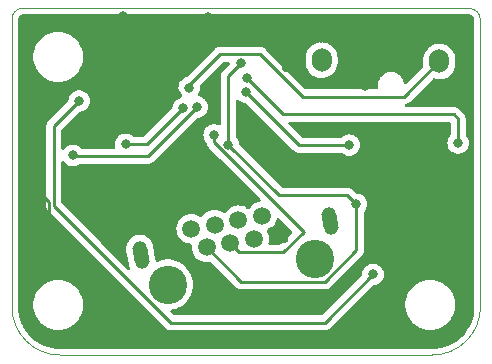
<source format=gbr>
G04 #@! TF.GenerationSoftware,KiCad,Pcbnew,(6.0.0)*
G04 #@! TF.CreationDate,2022-07-24T15:27:52-05:00*
G04 #@! TF.ProjectId,DriveByWireInputSTM32QFN28,44726976-6542-4795-9769-7265496e7075,rev?*
G04 #@! TF.SameCoordinates,Original*
G04 #@! TF.FileFunction,Copper,L2,Bot*
G04 #@! TF.FilePolarity,Positive*
%FSLAX46Y46*%
G04 Gerber Fmt 4.6, Leading zero omitted, Abs format (unit mm)*
G04 Created by KiCad (PCBNEW (6.0.0)) date 2022-07-24 15:27:52*
%MOMM*%
%LPD*%
G01*
G04 APERTURE LIST*
G04 Aperture macros list*
%AMRoundRect*
0 Rectangle with rounded corners*
0 $1 Rounding radius*
0 $2 $3 $4 $5 $6 $7 $8 $9 X,Y pos of 4 corners*
0 Add a 4 corners polygon primitive as box body*
4,1,4,$2,$3,$4,$5,$6,$7,$8,$9,$2,$3,0*
0 Add four circle primitives for the rounded corners*
1,1,$1+$1,$2,$3*
1,1,$1+$1,$4,$5*
1,1,$1+$1,$6,$7*
1,1,$1+$1,$8,$9*
0 Add four rect primitives between the rounded corners*
20,1,$1+$1,$2,$3,$4,$5,0*
20,1,$1+$1,$4,$5,$6,$7,0*
20,1,$1+$1,$6,$7,$8,$9,0*
20,1,$1+$1,$8,$9,$2,$3,0*%
%AMHorizOval*
0 Thick line with rounded ends*
0 $1 width*
0 $2 $3 position (X,Y) of the first rounded end (center of the circle)*
0 $4 $5 position (X,Y) of the second rounded end (center of the circle)*
0 Add line between two ends*
20,1,$1,$2,$3,$4,$5,0*
0 Add two circle primitives to create the rounded ends*
1,1,$1,$2,$3*
1,1,$1,$4,$5*%
%AMRotRect*
0 Rectangle, with rotation*
0 The origin of the aperture is its center*
0 $1 length*
0 $2 width*
0 $3 Rotation angle, in degrees counterclockwise*
0 Add horizontal line*
21,1,$1,$2,0,0,$3*%
G04 Aperture macros list end*
G04 #@! TA.AperFunction,Profile*
%ADD10C,0.050000*%
G04 #@! TD*
G04 #@! TA.AperFunction,WasherPad*
%ADD11C,3.250000*%
G04 #@! TD*
G04 #@! TA.AperFunction,ComponentPad*
%ADD12RotRect,1.500000X1.500000X10.000000*%
G04 #@! TD*
G04 #@! TA.AperFunction,ComponentPad*
%ADD13C,1.500000*%
G04 #@! TD*
G04 #@! TA.AperFunction,ComponentPad*
%ADD14HorizOval,1.259000X-0.095767X0.543121X0.095767X-0.543121X0*%
G04 #@! TD*
G04 #@! TA.AperFunction,ComponentPad*
%ADD15RoundRect,0.250000X-0.600000X-0.750000X0.600000X-0.750000X0.600000X0.750000X-0.600000X0.750000X0*%
G04 #@! TD*
G04 #@! TA.AperFunction,ComponentPad*
%ADD16O,1.700000X2.000000*%
G04 #@! TD*
G04 #@! TA.AperFunction,ViaPad*
%ADD17C,0.800000*%
G04 #@! TD*
G04 #@! TA.AperFunction,Conductor*
%ADD18C,0.250000*%
G04 #@! TD*
G04 APERTURE END LIST*
D10*
X132588000Y-110680500D02*
G75*
G03*
X136652000Y-114744500I4064000J0D01*
G01*
X172239940Y-86360000D02*
X172250164Y-110667800D01*
X132588000Y-110680500D02*
X132588000Y-86296602D01*
X172239940Y-86360000D02*
G75*
G03*
X171279873Y-85389743I-965162J5095D01*
G01*
X168153080Y-114744500D02*
G75*
G03*
X172250164Y-110667800I22733J4074289D01*
G01*
X171279820Y-85389720D02*
X133489685Y-85389720D01*
X133489685Y-85389720D02*
G75*
G03*
X132588000Y-86296602I0J-901700D01*
G01*
X168153080Y-114744500D02*
X136652000Y-114744500D01*
D11*
X158267765Y-106584015D03*
X145760706Y-108789346D03*
D12*
X155068547Y-104568939D03*
D13*
X153754950Y-102993103D03*
X153069388Y-104921445D03*
X151755790Y-103345608D03*
X151070228Y-105273951D03*
X149756630Y-103698114D03*
X149071068Y-105626457D03*
X147757470Y-104050620D03*
D14*
X143503830Y-106240577D03*
X159516804Y-103417058D03*
D15*
X166270000Y-89890000D03*
D16*
X168770000Y-89890000D03*
D15*
X156300000Y-89775000D03*
D16*
X158800000Y-89775000D03*
D17*
X158780000Y-87920000D03*
X154080000Y-86280000D03*
X146520000Y-92760000D03*
X140680000Y-108630000D03*
X133930000Y-93850000D03*
X141990000Y-86070000D03*
X162570000Y-87250000D03*
X161430000Y-99100000D03*
X170640000Y-89040000D03*
X140280000Y-87520000D03*
X156960000Y-99040000D03*
X135680000Y-103300000D03*
X164560000Y-105080000D03*
X162480000Y-91940000D03*
X151360000Y-110410000D03*
X145370000Y-101510000D03*
X133990000Y-100060000D03*
X149170000Y-86140000D03*
X158400000Y-110210000D03*
X161750000Y-101980000D03*
X152000000Y-90030000D03*
X150910000Y-96930000D03*
X149700000Y-96100000D03*
X142200000Y-96910000D03*
X147080000Y-93840000D03*
X137738395Y-97838768D03*
X148270000Y-93750000D03*
X147590000Y-92110000D03*
X138270000Y-93230000D03*
X163150000Y-107920000D03*
X161140000Y-96970000D03*
X152370000Y-92470000D03*
X152480000Y-91330000D03*
X170360000Y-96790000D03*
D18*
X136129511Y-95370489D02*
X138270000Y-93230000D01*
X146010000Y-112000000D02*
X136129511Y-102119511D01*
X136129511Y-102119511D02*
X136129511Y-95370489D01*
X159070000Y-112000000D02*
X146010000Y-112000000D01*
X163150000Y-107920000D02*
X159070000Y-112000000D01*
X135680000Y-101750000D02*
X135680000Y-103300000D01*
X133990000Y-100060000D02*
X135680000Y-101750000D01*
X161750000Y-101980000D02*
X160990000Y-101220000D01*
X157830000Y-101220000D02*
X155200000Y-101220000D01*
X161750000Y-105894175D02*
X161750000Y-101980000D01*
X159085639Y-108558536D02*
X161750000Y-105894175D01*
X150910000Y-91120000D02*
X152000000Y-90030000D01*
X150910000Y-96930000D02*
X150910000Y-91120000D01*
X155200000Y-101220000D02*
X150910000Y-96930000D01*
X160990000Y-101220000D02*
X157830000Y-101220000D01*
X149071068Y-105626457D02*
X152003147Y-108558536D01*
X152003147Y-108558536D02*
X159085639Y-108558536D01*
X149700000Y-96744600D02*
X150609901Y-97654501D01*
X149700000Y-96100000D02*
X149700000Y-96744600D01*
X150609901Y-97654501D02*
X150619157Y-97654501D01*
X150619157Y-97654501D02*
X157269147Y-104304491D01*
X157269147Y-104304491D02*
X155549687Y-106023951D01*
X151820228Y-106023951D02*
X151070228Y-105273951D01*
X155549687Y-106023951D02*
X151820228Y-106023951D01*
X142200000Y-96910000D02*
X144010000Y-96910000D01*
X144010000Y-96910000D02*
X147080000Y-93840000D01*
X144110000Y-97910000D02*
X137809627Y-97910000D01*
X148270000Y-93750000D02*
X144110000Y-97910000D01*
X137809627Y-97910000D02*
X137738395Y-97838768D01*
X157184521Y-92864521D02*
X165795479Y-92864521D01*
X147590000Y-92110000D02*
X147590000Y-91910000D01*
X150220000Y-89280000D02*
X153600000Y-89280000D01*
X153600000Y-89280000D02*
X157184521Y-92864521D01*
X165795479Y-92864521D02*
X168770000Y-89890000D01*
X147590000Y-91910000D02*
X150220000Y-89280000D01*
X152370000Y-92470000D02*
X156870000Y-96970000D01*
X156870000Y-96970000D02*
X161140000Y-96970000D01*
X170360000Y-94760000D02*
X170360000Y-96790000D01*
X152480000Y-91330000D02*
X155520000Y-94370000D01*
X155520000Y-94370000D02*
X169970000Y-94370000D01*
X169970000Y-94370000D02*
X170360000Y-94760000D01*
G04 #@! TA.AperFunction,Conductor*
G36*
X171248766Y-85899324D02*
G01*
X171270894Y-85902889D01*
X171279801Y-85901772D01*
X171288778Y-85901929D01*
X171288774Y-85902137D01*
X171310200Y-85902259D01*
X171354690Y-85908356D01*
X171378998Y-85911687D01*
X171410721Y-85920367D01*
X171490160Y-85953763D01*
X171518556Y-85970357D01*
X171586647Y-86023178D01*
X171609782Y-86046559D01*
X171661877Y-86115200D01*
X171678171Y-86143770D01*
X171710726Y-86223552D01*
X171719072Y-86255369D01*
X171727310Y-86320602D01*
X171728284Y-86338592D01*
X171728222Y-86342160D01*
X171726794Y-86351021D01*
X171727911Y-86359928D01*
X171727911Y-86359929D01*
X171730977Y-86384381D01*
X171731956Y-86400005D01*
X171738796Y-102662221D01*
X171741750Y-109683332D01*
X171742143Y-110618743D01*
X171740654Y-110638106D01*
X171736974Y-110661834D01*
X171738143Y-110670732D01*
X171738143Y-110670734D01*
X171739506Y-110681106D01*
X171740431Y-110703650D01*
X171726997Y-110979365D01*
X171725366Y-111012834D01*
X171724151Y-111025189D01*
X171674422Y-111360463D01*
X171672001Y-111372626D01*
X171589518Y-111701395D01*
X171585917Y-111713237D01*
X171507984Y-111930528D01*
X171471491Y-112032276D01*
X171466730Y-112043740D01*
X171321465Y-112349970D01*
X171315605Y-112360898D01*
X171140903Y-112651362D01*
X171134000Y-112661654D01*
X170931576Y-112933502D01*
X170923681Y-112943081D01*
X170695490Y-113193689D01*
X170686690Y-113202445D01*
X170434949Y-113429381D01*
X170425331Y-113437228D01*
X170152481Y-113638290D01*
X170142137Y-113645153D01*
X169850829Y-113818391D01*
X169839860Y-113824203D01*
X169532903Y-113967941D01*
X169521431Y-113972639D01*
X169201828Y-114085472D01*
X169189935Y-114089022D01*
X169025358Y-114129440D01*
X168860782Y-114169858D01*
X168848596Y-114172221D01*
X168513093Y-114220275D01*
X168500732Y-114221428D01*
X168198838Y-114234629D01*
X168173256Y-114233139D01*
X168171078Y-114232787D01*
X168171070Y-114232787D01*
X168162213Y-114231357D01*
X168153308Y-114232471D01*
X168153304Y-114232471D01*
X168128896Y-114235525D01*
X168113255Y-114236500D01*
X136701328Y-114236500D01*
X136681943Y-114235000D01*
X136667142Y-114232695D01*
X136667139Y-114232695D01*
X136658270Y-114231314D01*
X136638946Y-114233841D01*
X136616430Y-114234753D01*
X136309627Y-114219680D01*
X136297333Y-114218470D01*
X135964375Y-114169079D01*
X135952269Y-114166672D01*
X135625754Y-114084885D01*
X135613924Y-114081296D01*
X135297006Y-113967901D01*
X135285582Y-113963169D01*
X135117571Y-113883706D01*
X134981303Y-113819256D01*
X134970402Y-113813429D01*
X134681698Y-113640386D01*
X134671417Y-113633516D01*
X134401069Y-113433012D01*
X134391511Y-113425168D01*
X134142115Y-113199129D01*
X134133371Y-113190385D01*
X133907332Y-112940989D01*
X133899488Y-112931431D01*
X133698984Y-112661083D01*
X133692114Y-112650802D01*
X133560197Y-112430712D01*
X133519069Y-112362094D01*
X133513242Y-112351193D01*
X133493625Y-112309715D01*
X133369331Y-112046918D01*
X133364599Y-112035494D01*
X133251204Y-111718576D01*
X133247615Y-111706744D01*
X133190604Y-111479142D01*
X133165828Y-111380231D01*
X133163419Y-111368116D01*
X133163195Y-111366600D01*
X133114030Y-111035167D01*
X133112819Y-111022866D01*
X133108511Y-110935159D01*
X133102717Y-110817224D01*
X133098293Y-110727165D01*
X133099886Y-110700086D01*
X133100264Y-110697840D01*
X133100265Y-110697831D01*
X133101071Y-110693039D01*
X133101224Y-110680500D01*
X133097273Y-110652912D01*
X133096000Y-110635049D01*
X133096000Y-110632703D01*
X134390743Y-110632703D01*
X134391302Y-110636947D01*
X134391302Y-110636951D01*
X134403179Y-110727165D01*
X134428268Y-110917734D01*
X134504129Y-111195036D01*
X134616923Y-111459476D01*
X134764561Y-111706161D01*
X134944313Y-111930528D01*
X135152851Y-112128423D01*
X135386317Y-112296186D01*
X135390112Y-112298195D01*
X135390113Y-112298196D01*
X135411869Y-112309715D01*
X135640392Y-112430712D01*
X135756857Y-112473332D01*
X135903643Y-112527048D01*
X135910373Y-112529511D01*
X136191264Y-112590755D01*
X136219841Y-112593004D01*
X136414282Y-112608307D01*
X136414291Y-112608307D01*
X136416739Y-112608500D01*
X136572271Y-112608500D01*
X136574407Y-112608354D01*
X136574418Y-112608354D01*
X136782548Y-112594165D01*
X136782554Y-112594164D01*
X136786825Y-112593873D01*
X136791020Y-112593004D01*
X136791022Y-112593004D01*
X137000545Y-112549614D01*
X137068342Y-112535574D01*
X137339343Y-112439607D01*
X137502143Y-112355580D01*
X137591005Y-112309715D01*
X137591006Y-112309715D01*
X137594812Y-112307750D01*
X137598313Y-112305289D01*
X137598317Y-112305287D01*
X137712418Y-112225095D01*
X137830023Y-112142441D01*
X137942277Y-112038128D01*
X138037479Y-111949661D01*
X138037481Y-111949658D01*
X138040622Y-111946740D01*
X138222713Y-111724268D01*
X138372927Y-111479142D01*
X138422330Y-111366600D01*
X138486757Y-111219830D01*
X138488483Y-111215898D01*
X138567244Y-110939406D01*
X138604157Y-110680035D01*
X138607146Y-110659036D01*
X138607146Y-110659034D01*
X138607751Y-110654784D01*
X138607808Y-110644023D01*
X138609235Y-110371583D01*
X138609235Y-110371576D01*
X138609257Y-110367297D01*
X138571732Y-110082266D01*
X138495871Y-109804964D01*
X138383077Y-109540524D01*
X138235439Y-109293839D01*
X138055687Y-109069472D01*
X137847149Y-108871577D01*
X137613683Y-108703814D01*
X137591843Y-108692250D01*
X137568654Y-108679972D01*
X137359608Y-108569288D01*
X137089627Y-108470489D01*
X136808736Y-108409245D01*
X136777685Y-108406801D01*
X136585718Y-108391693D01*
X136585709Y-108391693D01*
X136583261Y-108391500D01*
X136427729Y-108391500D01*
X136425593Y-108391646D01*
X136425582Y-108391646D01*
X136217452Y-108405835D01*
X136217446Y-108405836D01*
X136213175Y-108406127D01*
X136208980Y-108406996D01*
X136208978Y-108406996D01*
X136072417Y-108435276D01*
X135931658Y-108464426D01*
X135660657Y-108560393D01*
X135405188Y-108692250D01*
X135401687Y-108694711D01*
X135401683Y-108694713D01*
X135374521Y-108713803D01*
X135169977Y-108857559D01*
X135154892Y-108871577D01*
X134964224Y-109048757D01*
X134959378Y-109053260D01*
X134777287Y-109275732D01*
X134627073Y-109520858D01*
X134511517Y-109784102D01*
X134432756Y-110060594D01*
X134392249Y-110345216D01*
X134392227Y-110349505D01*
X134392226Y-110349512D01*
X134390816Y-110618743D01*
X134390743Y-110632703D01*
X133096000Y-110632703D01*
X133096000Y-95350432D01*
X135491291Y-95350432D01*
X135492037Y-95358324D01*
X135495452Y-95394450D01*
X135496011Y-95406308D01*
X135496011Y-102040744D01*
X135495484Y-102051927D01*
X135493809Y-102059420D01*
X135494058Y-102067346D01*
X135494058Y-102067347D01*
X135495949Y-102127497D01*
X135496011Y-102131456D01*
X135496011Y-102159367D01*
X135496508Y-102163301D01*
X135496508Y-102163302D01*
X135496516Y-102163367D01*
X135497449Y-102175204D01*
X135498838Y-102219400D01*
X135504489Y-102238850D01*
X135508498Y-102258211D01*
X135511037Y-102278308D01*
X135513956Y-102285679D01*
X135513956Y-102285681D01*
X135527315Y-102319423D01*
X135531160Y-102330653D01*
X135541282Y-102365494D01*
X135543493Y-102373104D01*
X135547526Y-102379923D01*
X135547528Y-102379928D01*
X135553804Y-102390539D01*
X135562499Y-102408287D01*
X135569959Y-102427128D01*
X135574621Y-102433544D01*
X135574621Y-102433545D01*
X135595947Y-102462898D01*
X135602463Y-102472818D01*
X135606278Y-102479268D01*
X135624969Y-102510873D01*
X135639290Y-102525194D01*
X135652130Y-102540227D01*
X135664039Y-102556618D01*
X135670145Y-102561669D01*
X135698116Y-102584809D01*
X135706895Y-102592799D01*
X145506343Y-112392247D01*
X145513887Y-112400537D01*
X145518000Y-112407018D01*
X145523777Y-112412443D01*
X145567667Y-112453658D01*
X145570509Y-112456413D01*
X145590231Y-112476135D01*
X145593355Y-112478558D01*
X145593359Y-112478562D01*
X145593424Y-112478612D01*
X145602445Y-112486317D01*
X145634679Y-112516586D01*
X145641627Y-112520405D01*
X145641629Y-112520407D01*
X145652432Y-112526346D01*
X145668959Y-112537202D01*
X145678698Y-112544757D01*
X145678700Y-112544758D01*
X145684960Y-112549614D01*
X145725540Y-112567174D01*
X145736188Y-112572391D01*
X145760976Y-112586018D01*
X145774940Y-112593695D01*
X145782616Y-112595666D01*
X145782619Y-112595667D01*
X145794562Y-112598733D01*
X145813266Y-112605137D01*
X145821038Y-112608500D01*
X145831855Y-112613181D01*
X145839678Y-112614420D01*
X145839688Y-112614423D01*
X145875524Y-112620099D01*
X145887144Y-112622505D01*
X145918959Y-112630673D01*
X145929970Y-112633500D01*
X145950224Y-112633500D01*
X145969934Y-112635051D01*
X145989943Y-112638220D01*
X145997835Y-112637474D01*
X146016580Y-112635702D01*
X146033962Y-112634059D01*
X146045819Y-112633500D01*
X158991233Y-112633500D01*
X159002416Y-112634027D01*
X159009909Y-112635702D01*
X159017835Y-112635453D01*
X159017836Y-112635453D01*
X159077986Y-112633562D01*
X159081945Y-112633500D01*
X159109856Y-112633500D01*
X159113791Y-112633003D01*
X159113856Y-112632995D01*
X159125693Y-112632062D01*
X159157951Y-112631048D01*
X159161970Y-112630922D01*
X159169889Y-112630673D01*
X159189343Y-112625021D01*
X159208700Y-112621013D01*
X159220930Y-112619468D01*
X159220931Y-112619468D01*
X159228797Y-112618474D01*
X159236168Y-112615555D01*
X159236170Y-112615555D01*
X159269912Y-112602196D01*
X159281142Y-112598351D01*
X159315983Y-112588229D01*
X159315984Y-112588229D01*
X159323593Y-112586018D01*
X159330412Y-112581985D01*
X159330417Y-112581983D01*
X159341028Y-112575707D01*
X159358776Y-112567012D01*
X159377617Y-112559552D01*
X159413387Y-112533564D01*
X159423307Y-112527048D01*
X159454535Y-112508580D01*
X159454538Y-112508578D01*
X159461362Y-112504542D01*
X159475683Y-112490221D01*
X159490717Y-112477380D01*
X159492431Y-112476135D01*
X159507107Y-112465472D01*
X159535298Y-112431395D01*
X159543288Y-112422616D01*
X161333201Y-110632703D01*
X165890743Y-110632703D01*
X165891302Y-110636947D01*
X165891302Y-110636951D01*
X165903179Y-110727165D01*
X165928268Y-110917734D01*
X166004129Y-111195036D01*
X166116923Y-111459476D01*
X166264561Y-111706161D01*
X166444313Y-111930528D01*
X166652851Y-112128423D01*
X166886317Y-112296186D01*
X166890112Y-112298195D01*
X166890113Y-112298196D01*
X166911869Y-112309715D01*
X167140392Y-112430712D01*
X167256857Y-112473332D01*
X167403643Y-112527048D01*
X167410373Y-112529511D01*
X167691264Y-112590755D01*
X167719841Y-112593004D01*
X167914282Y-112608307D01*
X167914291Y-112608307D01*
X167916739Y-112608500D01*
X168072271Y-112608500D01*
X168074407Y-112608354D01*
X168074418Y-112608354D01*
X168282548Y-112594165D01*
X168282554Y-112594164D01*
X168286825Y-112593873D01*
X168291020Y-112593004D01*
X168291022Y-112593004D01*
X168500545Y-112549614D01*
X168568342Y-112535574D01*
X168839343Y-112439607D01*
X169002143Y-112355580D01*
X169091005Y-112309715D01*
X169091006Y-112309715D01*
X169094812Y-112307750D01*
X169098313Y-112305289D01*
X169098317Y-112305287D01*
X169212418Y-112225095D01*
X169330023Y-112142441D01*
X169442277Y-112038128D01*
X169537479Y-111949661D01*
X169537481Y-111949658D01*
X169540622Y-111946740D01*
X169722713Y-111724268D01*
X169872927Y-111479142D01*
X169922330Y-111366600D01*
X169986757Y-111219830D01*
X169988483Y-111215898D01*
X170067244Y-110939406D01*
X170104157Y-110680035D01*
X170107146Y-110659036D01*
X170107146Y-110659034D01*
X170107751Y-110654784D01*
X170107808Y-110644023D01*
X170109235Y-110371583D01*
X170109235Y-110371576D01*
X170109257Y-110367297D01*
X170071732Y-110082266D01*
X169995871Y-109804964D01*
X169883077Y-109540524D01*
X169735439Y-109293839D01*
X169555687Y-109069472D01*
X169347149Y-108871577D01*
X169113683Y-108703814D01*
X169091843Y-108692250D01*
X169068654Y-108679972D01*
X168859608Y-108569288D01*
X168589627Y-108470489D01*
X168308736Y-108409245D01*
X168277685Y-108406801D01*
X168085718Y-108391693D01*
X168085709Y-108391693D01*
X168083261Y-108391500D01*
X167927729Y-108391500D01*
X167925593Y-108391646D01*
X167925582Y-108391646D01*
X167717452Y-108405835D01*
X167717446Y-108405836D01*
X167713175Y-108406127D01*
X167708980Y-108406996D01*
X167708978Y-108406996D01*
X167572417Y-108435276D01*
X167431658Y-108464426D01*
X167160657Y-108560393D01*
X166905188Y-108692250D01*
X166901687Y-108694711D01*
X166901683Y-108694713D01*
X166874521Y-108713803D01*
X166669977Y-108857559D01*
X166654892Y-108871577D01*
X166464224Y-109048757D01*
X166459378Y-109053260D01*
X166277287Y-109275732D01*
X166127073Y-109520858D01*
X166011517Y-109784102D01*
X165932756Y-110060594D01*
X165892249Y-110345216D01*
X165892227Y-110349505D01*
X165892226Y-110349512D01*
X165890816Y-110618743D01*
X165890743Y-110632703D01*
X161333201Y-110632703D01*
X163100499Y-108865405D01*
X163162811Y-108831379D01*
X163189594Y-108828500D01*
X163245487Y-108828500D01*
X163251939Y-108827128D01*
X163251944Y-108827128D01*
X163338888Y-108808647D01*
X163432288Y-108788794D01*
X163438319Y-108786109D01*
X163600722Y-108713803D01*
X163600724Y-108713802D01*
X163606752Y-108711118D01*
X163613355Y-108706321D01*
X163662157Y-108670864D01*
X163761253Y-108598866D01*
X163765675Y-108593955D01*
X163884621Y-108461852D01*
X163884622Y-108461851D01*
X163889040Y-108456944D01*
X163984527Y-108291556D01*
X164043542Y-108109928D01*
X164045432Y-108091951D01*
X164062814Y-107926565D01*
X164063504Y-107920000D01*
X164060907Y-107895292D01*
X164044232Y-107736635D01*
X164044232Y-107736633D01*
X164043542Y-107730072D01*
X163984527Y-107548444D01*
X163980224Y-107540990D01*
X163925992Y-107447059D01*
X163889040Y-107383056D01*
X163761253Y-107241134D01*
X163662157Y-107169136D01*
X163612094Y-107132763D01*
X163612093Y-107132762D01*
X163606752Y-107128882D01*
X163600724Y-107126198D01*
X163600722Y-107126197D01*
X163438319Y-107053891D01*
X163438318Y-107053891D01*
X163432288Y-107051206D01*
X163335928Y-107030724D01*
X163251944Y-107012872D01*
X163251939Y-107012872D01*
X163245487Y-107011500D01*
X163054513Y-107011500D01*
X163048061Y-107012872D01*
X163048056Y-107012872D01*
X162964072Y-107030724D01*
X162867712Y-107051206D01*
X162861682Y-107053891D01*
X162861681Y-107053891D01*
X162699278Y-107126197D01*
X162699276Y-107126198D01*
X162693248Y-107128882D01*
X162687907Y-107132762D01*
X162687906Y-107132763D01*
X162637843Y-107169136D01*
X162538747Y-107241134D01*
X162410960Y-107383056D01*
X162374008Y-107447059D01*
X162319777Y-107540990D01*
X162315473Y-107548444D01*
X162256458Y-107730072D01*
X162255768Y-107736633D01*
X162255768Y-107736635D01*
X162239093Y-107895292D01*
X162212080Y-107960949D01*
X162202878Y-107971217D01*
X158844500Y-111329595D01*
X158782188Y-111363621D01*
X158755405Y-111366500D01*
X146324594Y-111366500D01*
X146256473Y-111346498D01*
X146235499Y-111329595D01*
X146018396Y-111112492D01*
X145984370Y-111050180D01*
X145989435Y-110979365D01*
X146031982Y-110922529D01*
X146092350Y-110898311D01*
X146161418Y-110889953D01*
X146442796Y-110816135D01*
X146711552Y-110704812D01*
X146962713Y-110558045D01*
X147191632Y-110378550D01*
X147198384Y-110371583D01*
X147391089Y-110172726D01*
X147394072Y-110169648D01*
X147566289Y-109935204D01*
X147646089Y-109788230D01*
X147703044Y-109683332D01*
X147703045Y-109683330D01*
X147705094Y-109679556D01*
X147807919Y-109407436D01*
X147856456Y-109195516D01*
X147871906Y-109128059D01*
X147871907Y-109128054D01*
X147872863Y-109123879D01*
X147898722Y-108834131D01*
X147899191Y-108789346D01*
X147893223Y-108701804D01*
X147879697Y-108503397D01*
X147879696Y-108503391D01*
X147879405Y-108499120D01*
X147872517Y-108465856D01*
X147821284Y-108218462D01*
X147820415Y-108214265D01*
X147723311Y-107940051D01*
X147589890Y-107681553D01*
X147422621Y-107443554D01*
X147348022Y-107363276D01*
X147227521Y-107233601D01*
X147227518Y-107233598D01*
X147224600Y-107230458D01*
X147221284Y-107227744D01*
X147221281Y-107227741D01*
X147008878Y-107053891D01*
X146999490Y-107046207D01*
X146751458Y-106894213D01*
X146747541Y-106892494D01*
X146747538Y-106892492D01*
X146610037Y-106832134D01*
X146485092Y-106777287D01*
X146480964Y-106776111D01*
X146480961Y-106776110D01*
X146367560Y-106743807D01*
X146205322Y-106697592D01*
X146201080Y-106696988D01*
X146201074Y-106696987D01*
X145921576Y-106657209D01*
X145917325Y-106656604D01*
X145763938Y-106655801D01*
X145630715Y-106655103D01*
X145630709Y-106655103D01*
X145626429Y-106655081D01*
X145622185Y-106655640D01*
X145622181Y-106655640D01*
X145495162Y-106672363D01*
X145338019Y-106693051D01*
X145333879Y-106694184D01*
X145333877Y-106694184D01*
X145317117Y-106698769D01*
X145057430Y-106769811D01*
X144911316Y-106832134D01*
X144840810Y-106840463D01*
X144776994Y-106809350D01*
X144740129Y-106748675D01*
X144736085Y-106723380D01*
X144734687Y-106698769D01*
X144732080Y-106652850D01*
X144731397Y-106648973D01*
X144622018Y-106028656D01*
X144519562Y-105447597D01*
X144498529Y-105370449D01*
X144480082Y-105302787D01*
X144480081Y-105302784D01*
X144478562Y-105297213D01*
X144476055Y-105292016D01*
X144476053Y-105292010D01*
X144390208Y-105114035D01*
X144387698Y-105108831D01*
X144264025Y-104940164D01*
X144249947Y-104926920D01*
X144115889Y-104800811D01*
X144111687Y-104796858D01*
X143935783Y-104683713D01*
X143930435Y-104681525D01*
X143930433Y-104681524D01*
X143747553Y-104606706D01*
X143747552Y-104606706D01*
X143742207Y-104604519D01*
X143736556Y-104603344D01*
X143736554Y-104603343D01*
X143543091Y-104563103D01*
X143543087Y-104563103D01*
X143537440Y-104561928D01*
X143531668Y-104561802D01*
X143432890Y-104559646D01*
X143328340Y-104557365D01*
X143121910Y-104590984D01*
X142925063Y-104661660D01*
X142920068Y-104664573D01*
X142749383Y-104764113D01*
X142749380Y-104764115D01*
X142744392Y-104767024D01*
X142740022Y-104770789D01*
X142740017Y-104770793D01*
X142705180Y-104800811D01*
X142585947Y-104903549D01*
X142582337Y-104908047D01*
X142582336Y-104908048D01*
X142458647Y-105062161D01*
X142458644Y-105062165D01*
X142455036Y-105066661D01*
X142413117Y-105144676D01*
X142362348Y-105239163D01*
X142356041Y-105250900D01*
X142354279Y-105256405D01*
X142354278Y-105256407D01*
X142328945Y-105335549D01*
X142292279Y-105450093D01*
X142291551Y-105455818D01*
X142269147Y-105631932D01*
X142265885Y-105657570D01*
X142266212Y-105663331D01*
X142266212Y-105663335D01*
X142270049Y-105730911D01*
X142275579Y-105828304D01*
X142276221Y-105831946D01*
X142276222Y-105831953D01*
X142352148Y-106262547D01*
X142488098Y-107033557D01*
X142529098Y-107183941D01*
X142531605Y-107189138D01*
X142531607Y-107189144D01*
X142615598Y-107363276D01*
X142627177Y-107433322D01*
X142599048Y-107498509D01*
X142540141Y-107538139D01*
X142469160Y-107539631D01*
X142413015Y-107507111D01*
X140162312Y-105256407D01*
X136799916Y-101894011D01*
X136765890Y-101831699D01*
X136763011Y-101804916D01*
X136763011Y-98436590D01*
X136783013Y-98368469D01*
X136836669Y-98321976D01*
X136906943Y-98311872D01*
X136971523Y-98341366D01*
X136991281Y-98365296D01*
X136992171Y-98364650D01*
X136996054Y-98369994D01*
X136999355Y-98375712D01*
X137003773Y-98380619D01*
X137003774Y-98380620D01*
X137122720Y-98512723D01*
X137127142Y-98517634D01*
X137281643Y-98629886D01*
X137287671Y-98632570D01*
X137287673Y-98632571D01*
X137450076Y-98704877D01*
X137456107Y-98707562D01*
X137549507Y-98727415D01*
X137636451Y-98745896D01*
X137636456Y-98745896D01*
X137642908Y-98747268D01*
X137833882Y-98747268D01*
X137840334Y-98745896D01*
X137840339Y-98745896D01*
X137927282Y-98727415D01*
X138020683Y-98707562D01*
X138026714Y-98704877D01*
X138189117Y-98632571D01*
X138189119Y-98632570D01*
X138195147Y-98629886D01*
X138280926Y-98567564D01*
X138354987Y-98543500D01*
X144031233Y-98543500D01*
X144042416Y-98544027D01*
X144049909Y-98545702D01*
X144057835Y-98545453D01*
X144057836Y-98545453D01*
X144117986Y-98543562D01*
X144121945Y-98543500D01*
X144149856Y-98543500D01*
X144153791Y-98543003D01*
X144153856Y-98542995D01*
X144165693Y-98542062D01*
X144197951Y-98541048D01*
X144201970Y-98540922D01*
X144209889Y-98540673D01*
X144229343Y-98535021D01*
X144248700Y-98531013D01*
X144260930Y-98529468D01*
X144260931Y-98529468D01*
X144268797Y-98528474D01*
X144276168Y-98525555D01*
X144276170Y-98525555D01*
X144309912Y-98512196D01*
X144321142Y-98508351D01*
X144355983Y-98498229D01*
X144355984Y-98498229D01*
X144363593Y-98496018D01*
X144370412Y-98491985D01*
X144370417Y-98491983D01*
X144381028Y-98485707D01*
X144398776Y-98477012D01*
X144417617Y-98469552D01*
X144453387Y-98443564D01*
X144463307Y-98437048D01*
X144494535Y-98418580D01*
X144494538Y-98418578D01*
X144501362Y-98414542D01*
X144515683Y-98400221D01*
X144530717Y-98387380D01*
X144540694Y-98380131D01*
X144547107Y-98375472D01*
X144575298Y-98341395D01*
X144583288Y-98332616D01*
X148220499Y-94695405D01*
X148282811Y-94661379D01*
X148309594Y-94658500D01*
X148365487Y-94658500D01*
X148371939Y-94657128D01*
X148371944Y-94657128D01*
X148458887Y-94638647D01*
X148552288Y-94618794D01*
X148558319Y-94616109D01*
X148720722Y-94543803D01*
X148720724Y-94543802D01*
X148726752Y-94541118D01*
X148881253Y-94428866D01*
X148929343Y-94375457D01*
X149004621Y-94291852D01*
X149004622Y-94291851D01*
X149009040Y-94286944D01*
X149093082Y-94141379D01*
X149101223Y-94127279D01*
X149101224Y-94127278D01*
X149104527Y-94121556D01*
X149163542Y-93939928D01*
X149166020Y-93916357D01*
X149182814Y-93756565D01*
X149183504Y-93750000D01*
X149178206Y-93699595D01*
X149164232Y-93566635D01*
X149164232Y-93566633D01*
X149163542Y-93560072D01*
X149104527Y-93378444D01*
X149095872Y-93363452D01*
X149034277Y-93256768D01*
X149009040Y-93213056D01*
X148954740Y-93152749D01*
X148885675Y-93076045D01*
X148885674Y-93076044D01*
X148881253Y-93071134D01*
X148747410Y-92973891D01*
X148732094Y-92962763D01*
X148732093Y-92962762D01*
X148726752Y-92958882D01*
X148720724Y-92956198D01*
X148720722Y-92956197D01*
X148558319Y-92883891D01*
X148558318Y-92883891D01*
X148552288Y-92881206D01*
X148400513Y-92848945D01*
X148338042Y-92815218D01*
X148303720Y-92753068D01*
X148308448Y-92682229D01*
X148324723Y-92651739D01*
X148329040Y-92646944D01*
X148424527Y-92481556D01*
X148483542Y-92299928D01*
X148490843Y-92230468D01*
X148502814Y-92116565D01*
X148503504Y-92110000D01*
X148496872Y-92046899D01*
X148489091Y-91972863D01*
X148501863Y-91903025D01*
X148525306Y-91870598D01*
X150445499Y-89950405D01*
X150507811Y-89916379D01*
X150534594Y-89913500D01*
X150916405Y-89913500D01*
X150984526Y-89933502D01*
X151031019Y-89987158D01*
X151041123Y-90057432D01*
X151011629Y-90122012D01*
X151005500Y-90128596D01*
X150517742Y-90616353D01*
X150509463Y-90623887D01*
X150502982Y-90628000D01*
X150467747Y-90665522D01*
X150456357Y-90677651D01*
X150453602Y-90680493D01*
X150433865Y-90700230D01*
X150431385Y-90703427D01*
X150423682Y-90712447D01*
X150393414Y-90744679D01*
X150389595Y-90751625D01*
X150389593Y-90751628D01*
X150383652Y-90762434D01*
X150372801Y-90778953D01*
X150360386Y-90794959D01*
X150357241Y-90802228D01*
X150357238Y-90802232D01*
X150342826Y-90835537D01*
X150337609Y-90846187D01*
X150316305Y-90884940D01*
X150314334Y-90892615D01*
X150314334Y-90892616D01*
X150311267Y-90904562D01*
X150304863Y-90923266D01*
X150301721Y-90930528D01*
X150296819Y-90941855D01*
X150295580Y-90949678D01*
X150295577Y-90949688D01*
X150289901Y-90985524D01*
X150287495Y-90997144D01*
X150279927Y-91026623D01*
X150276500Y-91039970D01*
X150276500Y-91060224D01*
X150274949Y-91079934D01*
X150271780Y-91099943D01*
X150272526Y-91107835D01*
X150275941Y-91143961D01*
X150276500Y-91155819D01*
X150276500Y-95168174D01*
X150256498Y-95236295D01*
X150202842Y-95282788D01*
X150132568Y-95292892D01*
X150099251Y-95283281D01*
X149988319Y-95233891D01*
X149988318Y-95233891D01*
X149982288Y-95231206D01*
X149888888Y-95211353D01*
X149801944Y-95192872D01*
X149801939Y-95192872D01*
X149795487Y-95191500D01*
X149604513Y-95191500D01*
X149598061Y-95192872D01*
X149598056Y-95192872D01*
X149511113Y-95211353D01*
X149417712Y-95231206D01*
X149411682Y-95233891D01*
X149411681Y-95233891D01*
X149249278Y-95306197D01*
X149249276Y-95306198D01*
X149243248Y-95308882D01*
X149088747Y-95421134D01*
X148960960Y-95563056D01*
X148957659Y-95568774D01*
X148890508Y-95685083D01*
X148865473Y-95728444D01*
X148806458Y-95910072D01*
X148786496Y-96100000D01*
X148787186Y-96106565D01*
X148805047Y-96276500D01*
X148806458Y-96289928D01*
X148865473Y-96471556D01*
X148960960Y-96636944D01*
X148965378Y-96641851D01*
X148965379Y-96641852D01*
X149035626Y-96719869D01*
X149066967Y-96788156D01*
X149066977Y-96788234D01*
X149067938Y-96800293D01*
X149069327Y-96844489D01*
X149074978Y-96863939D01*
X149078987Y-96883300D01*
X149081526Y-96903397D01*
X149084445Y-96910768D01*
X149084445Y-96910770D01*
X149097804Y-96944512D01*
X149101649Y-96955742D01*
X149111771Y-96990583D01*
X149113982Y-96998193D01*
X149118015Y-97005012D01*
X149118017Y-97005017D01*
X149124293Y-97015628D01*
X149132988Y-97033376D01*
X149140448Y-97052217D01*
X149145110Y-97058633D01*
X149145110Y-97058634D01*
X149166436Y-97087987D01*
X149172952Y-97097907D01*
X149181028Y-97111562D01*
X149195458Y-97135962D01*
X149209779Y-97150283D01*
X149222619Y-97165316D01*
X149234528Y-97181707D01*
X149240634Y-97186758D01*
X149268605Y-97209898D01*
X149277384Y-97217888D01*
X150106244Y-98046748D01*
X150113788Y-98055038D01*
X150117901Y-98061519D01*
X150123678Y-98066944D01*
X150167568Y-98108159D01*
X150170410Y-98110914D01*
X150190131Y-98130635D01*
X150193326Y-98133113D01*
X150202348Y-98140819D01*
X150234580Y-98171087D01*
X150241433Y-98174854D01*
X150256334Y-98187582D01*
X153604707Y-101535956D01*
X153638733Y-101598268D01*
X153633668Y-101669084D01*
X153591121Y-101725919D01*
X153538409Y-101748740D01*
X153535579Y-101748988D01*
X153530279Y-101750408D01*
X153530274Y-101750409D01*
X153405683Y-101783794D01*
X153322874Y-101805983D01*
X153267726Y-101831699D01*
X153128284Y-101896721D01*
X153128279Y-101896724D01*
X153123297Y-101899047D01*
X153118790Y-101902203D01*
X153118788Y-101902204D01*
X152947423Y-102022195D01*
X152947420Y-102022197D01*
X152942912Y-102025354D01*
X152787201Y-102181065D01*
X152784044Y-102185573D01*
X152784042Y-102185576D01*
X152694837Y-102312974D01*
X152639380Y-102357302D01*
X152568760Y-102364611D01*
X152519353Y-102343916D01*
X152414420Y-102270441D01*
X152387444Y-102251552D01*
X152187866Y-102158488D01*
X151975161Y-102101493D01*
X151755790Y-102082301D01*
X151536419Y-102101493D01*
X151323714Y-102158488D01*
X151230352Y-102202023D01*
X151129124Y-102249226D01*
X151129119Y-102249229D01*
X151124137Y-102251552D01*
X151119630Y-102254708D01*
X151119628Y-102254709D01*
X150948263Y-102374700D01*
X150948260Y-102374702D01*
X150943752Y-102377859D01*
X150788041Y-102533570D01*
X150784883Y-102538080D01*
X150784878Y-102538086D01*
X150695677Y-102665479D01*
X150640220Y-102709808D01*
X150569601Y-102717117D01*
X150520193Y-102696422D01*
X150403058Y-102614403D01*
X150388284Y-102604058D01*
X150188706Y-102510994D01*
X149976001Y-102453999D01*
X149756630Y-102434807D01*
X149537259Y-102453999D01*
X149324554Y-102510994D01*
X149231192Y-102554529D01*
X149129964Y-102601732D01*
X149129959Y-102601735D01*
X149124977Y-102604058D01*
X149120470Y-102607214D01*
X149120468Y-102607215D01*
X148949103Y-102727206D01*
X148949100Y-102727208D01*
X148944592Y-102730365D01*
X148788881Y-102886076D01*
X148785723Y-102890586D01*
X148785718Y-102890592D01*
X148696517Y-103017985D01*
X148641060Y-103062314D01*
X148570441Y-103069623D01*
X148521033Y-103048928D01*
X148476842Y-103017985D01*
X148389124Y-102956564D01*
X148189546Y-102863500D01*
X147976841Y-102806505D01*
X147757470Y-102787313D01*
X147538099Y-102806505D01*
X147325394Y-102863500D01*
X147267295Y-102890592D01*
X147130804Y-102954238D01*
X147130799Y-102954241D01*
X147125817Y-102956564D01*
X147121310Y-102959720D01*
X147121308Y-102959721D01*
X146949943Y-103079712D01*
X146949940Y-103079714D01*
X146945432Y-103082871D01*
X146789721Y-103238582D01*
X146663414Y-103418967D01*
X146661091Y-103423949D01*
X146661088Y-103423954D01*
X146613885Y-103525182D01*
X146570350Y-103618544D01*
X146513355Y-103831249D01*
X146494163Y-104050620D01*
X146513355Y-104269991D01*
X146570350Y-104482696D01*
X146605169Y-104557365D01*
X146661088Y-104677286D01*
X146661091Y-104677291D01*
X146663414Y-104682273D01*
X146666570Y-104686780D01*
X146666571Y-104686782D01*
X146673561Y-104696764D01*
X146789721Y-104862658D01*
X146945432Y-105018369D01*
X147125816Y-105144676D01*
X147325394Y-105237740D01*
X147538099Y-105294735D01*
X147624601Y-105302303D01*
X147708992Y-105309686D01*
X147775111Y-105335549D01*
X147816750Y-105393053D01*
X147823532Y-105446188D01*
X147820571Y-105480029D01*
X147807761Y-105626457D01*
X147826953Y-105845828D01*
X147883948Y-106058533D01*
X147903288Y-106100008D01*
X147974686Y-106253123D01*
X147974689Y-106253128D01*
X147977012Y-106258110D01*
X147980168Y-106262617D01*
X147980169Y-106262619D01*
X148070472Y-106391584D01*
X148103319Y-106438495D01*
X148259030Y-106594206D01*
X148263539Y-106597363D01*
X148263541Y-106597365D01*
X148320334Y-106637132D01*
X148439414Y-106720513D01*
X148638992Y-106813577D01*
X148851697Y-106870572D01*
X149071068Y-106889764D01*
X149290439Y-106870572D01*
X149305624Y-106866503D01*
X149321785Y-106862173D01*
X149392762Y-106863863D01*
X149443491Y-106894785D01*
X151499495Y-108950789D01*
X151507035Y-108959075D01*
X151511147Y-108965554D01*
X151516924Y-108970979D01*
X151560798Y-109012179D01*
X151563640Y-109014934D01*
X151583377Y-109034671D01*
X151586574Y-109037151D01*
X151595594Y-109044854D01*
X151627826Y-109075122D01*
X151634772Y-109078941D01*
X151634775Y-109078943D01*
X151645581Y-109084884D01*
X151662100Y-109095735D01*
X151678106Y-109108150D01*
X151685375Y-109111295D01*
X151685379Y-109111298D01*
X151718684Y-109125710D01*
X151729334Y-109130927D01*
X151768087Y-109152231D01*
X151775762Y-109154202D01*
X151775763Y-109154202D01*
X151787709Y-109157269D01*
X151806414Y-109163673D01*
X151825002Y-109171717D01*
X151832825Y-109172956D01*
X151832835Y-109172959D01*
X151868671Y-109178635D01*
X151880291Y-109181041D01*
X151912106Y-109189209D01*
X151923117Y-109192036D01*
X151943371Y-109192036D01*
X151963081Y-109193587D01*
X151983090Y-109196756D01*
X151990982Y-109196010D01*
X152009727Y-109194238D01*
X152027109Y-109192595D01*
X152038966Y-109192036D01*
X159006872Y-109192036D01*
X159018055Y-109192563D01*
X159025548Y-109194238D01*
X159033474Y-109193989D01*
X159033475Y-109193989D01*
X159093625Y-109192098D01*
X159097584Y-109192036D01*
X159125495Y-109192036D01*
X159129430Y-109191539D01*
X159129495Y-109191531D01*
X159141332Y-109190598D01*
X159173590Y-109189584D01*
X159177609Y-109189458D01*
X159185528Y-109189209D01*
X159204982Y-109183557D01*
X159224339Y-109179549D01*
X159236569Y-109178004D01*
X159236570Y-109178004D01*
X159244436Y-109177010D01*
X159251807Y-109174091D01*
X159251809Y-109174091D01*
X159285551Y-109160732D01*
X159296781Y-109156887D01*
X159331622Y-109146765D01*
X159331623Y-109146765D01*
X159339232Y-109144554D01*
X159346051Y-109140521D01*
X159346056Y-109140519D01*
X159356667Y-109134243D01*
X159374415Y-109125548D01*
X159393256Y-109118088D01*
X159429026Y-109092100D01*
X159438946Y-109085584D01*
X159470174Y-109067116D01*
X159470177Y-109067114D01*
X159477001Y-109063078D01*
X159491322Y-109048757D01*
X159506356Y-109035916D01*
X159516333Y-109028667D01*
X159522746Y-109024008D01*
X159550937Y-108989931D01*
X159558927Y-108981152D01*
X162142247Y-106397832D01*
X162150537Y-106390288D01*
X162157018Y-106386175D01*
X162203659Y-106336507D01*
X162206413Y-106333666D01*
X162226134Y-106313945D01*
X162228612Y-106310750D01*
X162236318Y-106301728D01*
X162261158Y-106275276D01*
X162266586Y-106269496D01*
X162276346Y-106251743D01*
X162287199Y-106235220D01*
X162294753Y-106225481D01*
X162299613Y-106219216D01*
X162317176Y-106178632D01*
X162322383Y-106168002D01*
X162343695Y-106129235D01*
X162345666Y-106121558D01*
X162345668Y-106121553D01*
X162348732Y-106109617D01*
X162355138Y-106090905D01*
X162360034Y-106079592D01*
X162363181Y-106072320D01*
X162370097Y-106028656D01*
X162372504Y-106017035D01*
X162381528Y-105981886D01*
X162381528Y-105981885D01*
X162383500Y-105974205D01*
X162383500Y-105953944D01*
X162385051Y-105934233D01*
X162386979Y-105922060D01*
X162388219Y-105914232D01*
X162384059Y-105870221D01*
X162383500Y-105858364D01*
X162383500Y-102682524D01*
X162403502Y-102614403D01*
X162415858Y-102598221D01*
X162489040Y-102516944D01*
X162584527Y-102351556D01*
X162643542Y-102169928D01*
X162644239Y-102163302D01*
X162662814Y-101986565D01*
X162663504Y-101980000D01*
X162650912Y-101860194D01*
X162644232Y-101796635D01*
X162644232Y-101796633D01*
X162643542Y-101790072D01*
X162584527Y-101608444D01*
X162489040Y-101443056D01*
X162361253Y-101301134D01*
X162206752Y-101188882D01*
X162200724Y-101186198D01*
X162200722Y-101186197D01*
X162038319Y-101113891D01*
X162038318Y-101113891D01*
X162032288Y-101111206D01*
X161938887Y-101091353D01*
X161851944Y-101072872D01*
X161851939Y-101072872D01*
X161845487Y-101071500D01*
X161789595Y-101071500D01*
X161721474Y-101051498D01*
X161700500Y-101034595D01*
X161493652Y-100827747D01*
X161486112Y-100819461D01*
X161482000Y-100812982D01*
X161432348Y-100766356D01*
X161429507Y-100763602D01*
X161409770Y-100743865D01*
X161406573Y-100741385D01*
X161397551Y-100733680D01*
X161371100Y-100708841D01*
X161365321Y-100703414D01*
X161358375Y-100699595D01*
X161358372Y-100699593D01*
X161347566Y-100693652D01*
X161331047Y-100682801D01*
X161330583Y-100682441D01*
X161315041Y-100670386D01*
X161307772Y-100667241D01*
X161307768Y-100667238D01*
X161274463Y-100652826D01*
X161263813Y-100647609D01*
X161225060Y-100626305D01*
X161205437Y-100621267D01*
X161186734Y-100614863D01*
X161175420Y-100609967D01*
X161175419Y-100609967D01*
X161168145Y-100606819D01*
X161160322Y-100605580D01*
X161160312Y-100605577D01*
X161124476Y-100599901D01*
X161112856Y-100597495D01*
X161077711Y-100588472D01*
X161077710Y-100588472D01*
X161070030Y-100586500D01*
X161049776Y-100586500D01*
X161030065Y-100584949D01*
X161017886Y-100583020D01*
X161010057Y-100581780D01*
X161002165Y-100582526D01*
X160966039Y-100585941D01*
X160954181Y-100586500D01*
X155514595Y-100586500D01*
X155446474Y-100566498D01*
X155425500Y-100549595D01*
X151857122Y-96981217D01*
X151823096Y-96918905D01*
X151820907Y-96905292D01*
X151804232Y-96746635D01*
X151804232Y-96746633D01*
X151803542Y-96740072D01*
X151744527Y-96558444D01*
X151649040Y-96393056D01*
X151575863Y-96311785D01*
X151545147Y-96247779D01*
X151543500Y-96227476D01*
X151543500Y-93237128D01*
X151563502Y-93169007D01*
X151617158Y-93122514D01*
X151687432Y-93112410D01*
X151753812Y-93143493D01*
X151754325Y-93143955D01*
X151758747Y-93148866D01*
X151782392Y-93166045D01*
X151907261Y-93256768D01*
X151913248Y-93261118D01*
X151919276Y-93263802D01*
X151919278Y-93263803D01*
X152078409Y-93334652D01*
X152087712Y-93338794D01*
X152181113Y-93358647D01*
X152268056Y-93377128D01*
X152268061Y-93377128D01*
X152274513Y-93378500D01*
X152330406Y-93378500D01*
X152398527Y-93398502D01*
X152419501Y-93415405D01*
X156366348Y-97362253D01*
X156373888Y-97370539D01*
X156378000Y-97377018D01*
X156383777Y-97382443D01*
X156427651Y-97423643D01*
X156430493Y-97426398D01*
X156450230Y-97446135D01*
X156453427Y-97448615D01*
X156462447Y-97456318D01*
X156494679Y-97486586D01*
X156501625Y-97490405D01*
X156501628Y-97490407D01*
X156512434Y-97496348D01*
X156528953Y-97507199D01*
X156544959Y-97519614D01*
X156552228Y-97522759D01*
X156552232Y-97522762D01*
X156585537Y-97537174D01*
X156596187Y-97542391D01*
X156634940Y-97563695D01*
X156642615Y-97565666D01*
X156642616Y-97565666D01*
X156654562Y-97568733D01*
X156673267Y-97575137D01*
X156691855Y-97583181D01*
X156699678Y-97584420D01*
X156699688Y-97584423D01*
X156735524Y-97590099D01*
X156747144Y-97592505D01*
X156782289Y-97601528D01*
X156789970Y-97603500D01*
X156810224Y-97603500D01*
X156829934Y-97605051D01*
X156849943Y-97608220D01*
X156857835Y-97607474D01*
X156893961Y-97604059D01*
X156905819Y-97603500D01*
X160431800Y-97603500D01*
X160499921Y-97623502D01*
X160519147Y-97639843D01*
X160519420Y-97639540D01*
X160524332Y-97643963D01*
X160528747Y-97648866D01*
X160683248Y-97761118D01*
X160689276Y-97763802D01*
X160689278Y-97763803D01*
X160851681Y-97836109D01*
X160857712Y-97838794D01*
X160951113Y-97858647D01*
X161038056Y-97877128D01*
X161038061Y-97877128D01*
X161044513Y-97878500D01*
X161235487Y-97878500D01*
X161241939Y-97877128D01*
X161241944Y-97877128D01*
X161328887Y-97858647D01*
X161422288Y-97838794D01*
X161428319Y-97836109D01*
X161590722Y-97763803D01*
X161590724Y-97763802D01*
X161596752Y-97761118D01*
X161751253Y-97648866D01*
X161787851Y-97608220D01*
X161874621Y-97511852D01*
X161874622Y-97511851D01*
X161879040Y-97506944D01*
X161974527Y-97341556D01*
X162033542Y-97159928D01*
X162036779Y-97129135D01*
X162052814Y-96976565D01*
X162053504Y-96970000D01*
X162044392Y-96883300D01*
X162034232Y-96786635D01*
X162034232Y-96786633D01*
X162033542Y-96780072D01*
X161974527Y-96598444D01*
X161879040Y-96433056D01*
X161871543Y-96424729D01*
X161755675Y-96296045D01*
X161755674Y-96296044D01*
X161751253Y-96291134D01*
X161596752Y-96178882D01*
X161590724Y-96176198D01*
X161590722Y-96176197D01*
X161428319Y-96103891D01*
X161428318Y-96103891D01*
X161422288Y-96101206D01*
X161328888Y-96081353D01*
X161241944Y-96062872D01*
X161241939Y-96062872D01*
X161235487Y-96061500D01*
X161044513Y-96061500D01*
X161038061Y-96062872D01*
X161038056Y-96062872D01*
X160951112Y-96081353D01*
X160857712Y-96101206D01*
X160851682Y-96103891D01*
X160851681Y-96103891D01*
X160689278Y-96176197D01*
X160689276Y-96176198D01*
X160683248Y-96178882D01*
X160677907Y-96182762D01*
X160677906Y-96182763D01*
X160552851Y-96273621D01*
X160528747Y-96291134D01*
X160524332Y-96296037D01*
X160519420Y-96300460D01*
X160518295Y-96299211D01*
X160464986Y-96332051D01*
X160431800Y-96336500D01*
X157184594Y-96336500D01*
X157116473Y-96316498D01*
X157095499Y-96299595D01*
X156014499Y-95218595D01*
X155980473Y-95156283D01*
X155985538Y-95085468D01*
X156028085Y-95028632D01*
X156094605Y-95003821D01*
X156103594Y-95003500D01*
X169600500Y-95003500D01*
X169668621Y-95023502D01*
X169715114Y-95077158D01*
X169726500Y-95129500D01*
X169726500Y-96087476D01*
X169706498Y-96155597D01*
X169694142Y-96171779D01*
X169620960Y-96253056D01*
X169562686Y-96353990D01*
X169536830Y-96398774D01*
X169525473Y-96418444D01*
X169466458Y-96600072D01*
X169465768Y-96606633D01*
X169465768Y-96606635D01*
X169462067Y-96641852D01*
X169446496Y-96790000D01*
X169447186Y-96796565D01*
X169465415Y-96970000D01*
X169466458Y-96979928D01*
X169525473Y-97161556D01*
X169528776Y-97167278D01*
X169528777Y-97167279D01*
X169537107Y-97181707D01*
X169620960Y-97326944D01*
X169625378Y-97331851D01*
X169625379Y-97331852D01*
X169744325Y-97463955D01*
X169748747Y-97468866D01*
X169822928Y-97522762D01*
X169889596Y-97571199D01*
X169903248Y-97581118D01*
X169909276Y-97583802D01*
X169909278Y-97583803D01*
X170071681Y-97656109D01*
X170077712Y-97658794D01*
X170171113Y-97678647D01*
X170258056Y-97697128D01*
X170258061Y-97697128D01*
X170264513Y-97698500D01*
X170455487Y-97698500D01*
X170461939Y-97697128D01*
X170461944Y-97697128D01*
X170548888Y-97678647D01*
X170642288Y-97658794D01*
X170648319Y-97656109D01*
X170810722Y-97583803D01*
X170810724Y-97583802D01*
X170816752Y-97581118D01*
X170830405Y-97571199D01*
X170897072Y-97522762D01*
X170971253Y-97468866D01*
X170975675Y-97463955D01*
X171094621Y-97331852D01*
X171094622Y-97331851D01*
X171099040Y-97326944D01*
X171182893Y-97181707D01*
X171191223Y-97167279D01*
X171191224Y-97167278D01*
X171194527Y-97161556D01*
X171253542Y-96979928D01*
X171254586Y-96970000D01*
X171272814Y-96796565D01*
X171273504Y-96790000D01*
X171257933Y-96641852D01*
X171254232Y-96606635D01*
X171254232Y-96606633D01*
X171253542Y-96600072D01*
X171194527Y-96418444D01*
X171183171Y-96398774D01*
X171157314Y-96353990D01*
X171099040Y-96253056D01*
X171025863Y-96171785D01*
X170995147Y-96107779D01*
X170993500Y-96087476D01*
X170993500Y-94838767D01*
X170994027Y-94827584D01*
X170995702Y-94820091D01*
X170993562Y-94752014D01*
X170993500Y-94748055D01*
X170993500Y-94720144D01*
X170992995Y-94716144D01*
X170992062Y-94704301D01*
X170991783Y-94695405D01*
X170990673Y-94660110D01*
X170985022Y-94640658D01*
X170981014Y-94621306D01*
X170979467Y-94609063D01*
X170978474Y-94601203D01*
X170975556Y-94593832D01*
X170962200Y-94560097D01*
X170958355Y-94548870D01*
X170954975Y-94537237D01*
X170946018Y-94506407D01*
X170941984Y-94499585D01*
X170941981Y-94499579D01*
X170935706Y-94488968D01*
X170927010Y-94471218D01*
X170922472Y-94459756D01*
X170922469Y-94459751D01*
X170919552Y-94452383D01*
X170893573Y-94416625D01*
X170887057Y-94406707D01*
X170868575Y-94375457D01*
X170864542Y-94368637D01*
X170850218Y-94354313D01*
X170837376Y-94339278D01*
X170825472Y-94322893D01*
X170791406Y-94294711D01*
X170782627Y-94286722D01*
X170473652Y-93977747D01*
X170466112Y-93969461D01*
X170462000Y-93962982D01*
X170412348Y-93916356D01*
X170409507Y-93913602D01*
X170389770Y-93893865D01*
X170386573Y-93891385D01*
X170377551Y-93883680D01*
X170351100Y-93858841D01*
X170345321Y-93853414D01*
X170338375Y-93849595D01*
X170338372Y-93849593D01*
X170327566Y-93843652D01*
X170311047Y-93832801D01*
X170310583Y-93832441D01*
X170295041Y-93820386D01*
X170287772Y-93817241D01*
X170287768Y-93817238D01*
X170254463Y-93802826D01*
X170243813Y-93797609D01*
X170205060Y-93776305D01*
X170185437Y-93771267D01*
X170166734Y-93764863D01*
X170155420Y-93759967D01*
X170155419Y-93759967D01*
X170148145Y-93756819D01*
X170140322Y-93755580D01*
X170140312Y-93755577D01*
X170104476Y-93749901D01*
X170092856Y-93747495D01*
X170057711Y-93738472D01*
X170057710Y-93738472D01*
X170050030Y-93736500D01*
X170029776Y-93736500D01*
X170010065Y-93734949D01*
X169997886Y-93733020D01*
X169990057Y-93731780D01*
X169982165Y-93732526D01*
X169946039Y-93735941D01*
X169934181Y-93736500D01*
X165950288Y-93736500D01*
X165882167Y-93716498D01*
X165835674Y-93662842D01*
X165825570Y-93592568D01*
X165855064Y-93527988D01*
X165914790Y-93489604D01*
X165934496Y-93485494D01*
X165946409Y-93483989D01*
X165946410Y-93483989D01*
X165954276Y-93482995D01*
X165961647Y-93480076D01*
X165961649Y-93480076D01*
X165995391Y-93466717D01*
X166006621Y-93462872D01*
X166041462Y-93452750D01*
X166041463Y-93452750D01*
X166049072Y-93450539D01*
X166055891Y-93446506D01*
X166055896Y-93446504D01*
X166066507Y-93440228D01*
X166084255Y-93431533D01*
X166103096Y-93424073D01*
X166123466Y-93409274D01*
X166138866Y-93398085D01*
X166148786Y-93391569D01*
X166180014Y-93373101D01*
X166180017Y-93373099D01*
X166186841Y-93369063D01*
X166201162Y-93354742D01*
X166216196Y-93341901D01*
X166218584Y-93340166D01*
X166232586Y-93329993D01*
X166260777Y-93295916D01*
X166268767Y-93287137D01*
X168199905Y-91356000D01*
X168262217Y-91321974D01*
X168326364Y-91324763D01*
X168472125Y-91370023D01*
X168472127Y-91370024D01*
X168477227Y-91371607D01*
X168482516Y-91372308D01*
X168700489Y-91401198D01*
X168700494Y-91401198D01*
X168705774Y-91401898D01*
X168711103Y-91401698D01*
X168711105Y-91401698D01*
X168820966Y-91397574D01*
X168936158Y-91393249D01*
X169161791Y-91345907D01*
X169166750Y-91343949D01*
X169166752Y-91343948D01*
X169371256Y-91263185D01*
X169371258Y-91263184D01*
X169376221Y-91261224D01*
X169573317Y-91141623D01*
X169637219Y-91086172D01*
X169743412Y-90994023D01*
X169743414Y-90994021D01*
X169747445Y-90990523D01*
X169786066Y-90943421D01*
X169890240Y-90816373D01*
X169890244Y-90816367D01*
X169893624Y-90812245D01*
X169901364Y-90798649D01*
X170005032Y-90616529D01*
X170007675Y-90611886D01*
X170086337Y-90395175D01*
X170087287Y-90389923D01*
X170126623Y-90172392D01*
X170126624Y-90172385D01*
X170127361Y-90168308D01*
X170128500Y-90144156D01*
X170128500Y-89682110D01*
X170118742Y-89567110D01*
X170114371Y-89515591D01*
X170114370Y-89515587D01*
X170113920Y-89510280D01*
X170112582Y-89505125D01*
X170112581Y-89505119D01*
X170057343Y-89292297D01*
X170057342Y-89292293D01*
X170056001Y-89287128D01*
X170050573Y-89275077D01*
X169963507Y-89081798D01*
X169961312Y-89076925D01*
X169832559Y-88885681D01*
X169828573Y-88881502D01*
X169754510Y-88803865D01*
X169673424Y-88718865D01*
X169665531Y-88712992D01*
X169492740Y-88584432D01*
X169492741Y-88584432D01*
X169488458Y-88581246D01*
X169483707Y-88578830D01*
X169483703Y-88578828D01*
X169365588Y-88518776D01*
X169282949Y-88476760D01*
X169277855Y-88475178D01*
X169277852Y-88475177D01*
X169067871Y-88409976D01*
X169062773Y-88408393D01*
X169013142Y-88401815D01*
X168839511Y-88378802D01*
X168839506Y-88378802D01*
X168834226Y-88378102D01*
X168828897Y-88378302D01*
X168828895Y-88378302D01*
X168719034Y-88382426D01*
X168603842Y-88386751D01*
X168378209Y-88434093D01*
X168373250Y-88436051D01*
X168373248Y-88436052D01*
X168168744Y-88516815D01*
X168168742Y-88516816D01*
X168163779Y-88518776D01*
X168159220Y-88521543D01*
X168159217Y-88521544D01*
X168060832Y-88581246D01*
X167966683Y-88638377D01*
X167962653Y-88641874D01*
X167802247Y-88781067D01*
X167792555Y-88789477D01*
X167767008Y-88820634D01*
X167649760Y-88963627D01*
X167649756Y-88963633D01*
X167646376Y-88967755D01*
X167643737Y-88972391D01*
X167643735Y-88972394D01*
X167578770Y-89086522D01*
X167532325Y-89168114D01*
X167453663Y-89384825D01*
X167452714Y-89390074D01*
X167452713Y-89390077D01*
X167413377Y-89607608D01*
X167413376Y-89607615D01*
X167412639Y-89611692D01*
X167411500Y-89635844D01*
X167411500Y-90097890D01*
X167416322Y-90154720D01*
X167426080Y-90269720D01*
X167424710Y-90269836D01*
X167417221Y-90333933D01*
X167390356Y-90373739D01*
X165981574Y-91782521D01*
X165919262Y-91816547D01*
X165848447Y-91811482D01*
X165791611Y-91768935D01*
X165769986Y-91722947D01*
X165724281Y-91533299D01*
X165724280Y-91533297D01*
X165722875Y-91527466D01*
X165679525Y-91432122D01*
X165656379Y-91381217D01*
X165635326Y-91334913D01*
X165512946Y-91162389D01*
X165360150Y-91016119D01*
X165182452Y-90901380D01*
X165108042Y-90871392D01*
X164991832Y-90824558D01*
X164991829Y-90824557D01*
X164986263Y-90822314D01*
X164778663Y-90781772D01*
X164773101Y-90781500D01*
X164617154Y-90781500D01*
X164459434Y-90796548D01*
X164256466Y-90856092D01*
X164251139Y-90858836D01*
X164251138Y-90858836D01*
X164073751Y-90950196D01*
X164073748Y-90950198D01*
X164068420Y-90952942D01*
X163902080Y-91083604D01*
X163898148Y-91088135D01*
X163898145Y-91088138D01*
X163811281Y-91188240D01*
X163763448Y-91243363D01*
X163760448Y-91248549D01*
X163760445Y-91248553D01*
X163704114Y-91345925D01*
X163657527Y-91426454D01*
X163588139Y-91626271D01*
X163587278Y-91632206D01*
X163587278Y-91632208D01*
X163561285Y-91811482D01*
X163557787Y-91835604D01*
X163567567Y-92046899D01*
X163568971Y-92052724D01*
X163568971Y-92052725D01*
X163574460Y-92075500D01*
X163570975Y-92146411D01*
X163529706Y-92204181D01*
X163463755Y-92230468D01*
X163451967Y-92231021D01*
X157499116Y-92231021D01*
X157430995Y-92211019D01*
X157410021Y-92194116D01*
X155198795Y-89982890D01*
X157441500Y-89982890D01*
X157441725Y-89985539D01*
X157455184Y-90144156D01*
X157456080Y-90154720D01*
X157457418Y-90159875D01*
X157457419Y-90159881D01*
X157512657Y-90372703D01*
X157513999Y-90377872D01*
X157516191Y-90382738D01*
X157516192Y-90382741D01*
X157560874Y-90481931D01*
X157608688Y-90588075D01*
X157737441Y-90779319D01*
X157741120Y-90783176D01*
X157741122Y-90783178D01*
X157768851Y-90812245D01*
X157896576Y-90946135D01*
X158081542Y-91083754D01*
X158086293Y-91086170D01*
X158086297Y-91086172D01*
X158184296Y-91135997D01*
X158287051Y-91188240D01*
X158292145Y-91189822D01*
X158292148Y-91189823D01*
X158449986Y-91238833D01*
X158507227Y-91256607D01*
X158512516Y-91257308D01*
X158730489Y-91286198D01*
X158730494Y-91286198D01*
X158735774Y-91286898D01*
X158741103Y-91286698D01*
X158741105Y-91286698D01*
X158850966Y-91282573D01*
X158966158Y-91278249D01*
X159191791Y-91230907D01*
X159196750Y-91228949D01*
X159196752Y-91228948D01*
X159401256Y-91148185D01*
X159401258Y-91148184D01*
X159406221Y-91146224D01*
X159412456Y-91142441D01*
X159598757Y-91029390D01*
X159598756Y-91029390D01*
X159603317Y-91026623D01*
X159692008Y-90949661D01*
X159773412Y-90879023D01*
X159773414Y-90879021D01*
X159777445Y-90875523D01*
X159837540Y-90802232D01*
X159920240Y-90701373D01*
X159920244Y-90701367D01*
X159923624Y-90697245D01*
X159947077Y-90656045D01*
X160035032Y-90501529D01*
X160037675Y-90496886D01*
X160116337Y-90280175D01*
X160126096Y-90226206D01*
X160156623Y-90057392D01*
X160156624Y-90057385D01*
X160157361Y-90053308D01*
X160158500Y-90029156D01*
X160158500Y-89567110D01*
X160143920Y-89395280D01*
X160142582Y-89390125D01*
X160142581Y-89390119D01*
X160087343Y-89177297D01*
X160087342Y-89177293D01*
X160086001Y-89172128D01*
X160082102Y-89163471D01*
X159993507Y-88966798D01*
X159991312Y-88961925D01*
X159862559Y-88770681D01*
X159845648Y-88752953D01*
X159756009Y-88658988D01*
X159703424Y-88603865D01*
X159518458Y-88466246D01*
X159513707Y-88463830D01*
X159513703Y-88463828D01*
X159364256Y-88387846D01*
X159312949Y-88361760D01*
X159307855Y-88360178D01*
X159307852Y-88360177D01*
X159097871Y-88294976D01*
X159092773Y-88293393D01*
X159070885Y-88290492D01*
X158869511Y-88263802D01*
X158869506Y-88263802D01*
X158864226Y-88263102D01*
X158858897Y-88263302D01*
X158858895Y-88263302D01*
X158749034Y-88267427D01*
X158633842Y-88271751D01*
X158408209Y-88319093D01*
X158403250Y-88321051D01*
X158403248Y-88321052D01*
X158198744Y-88401815D01*
X158198742Y-88401816D01*
X158193779Y-88403776D01*
X158189220Y-88406543D01*
X158189217Y-88406544D01*
X158041724Y-88496045D01*
X157996683Y-88523377D01*
X157992653Y-88526874D01*
X157837480Y-88661526D01*
X157822555Y-88674477D01*
X157819168Y-88678608D01*
X157679760Y-88848627D01*
X157679756Y-88848633D01*
X157676376Y-88852755D01*
X157673737Y-88857391D01*
X157673735Y-88857394D01*
X157579423Y-89023076D01*
X157562325Y-89053114D01*
X157483663Y-89269825D01*
X157482714Y-89275074D01*
X157482713Y-89275077D01*
X157443377Y-89492608D01*
X157443376Y-89492615D01*
X157442639Y-89496692D01*
X157441500Y-89520844D01*
X157441500Y-89982890D01*
X155198795Y-89982890D01*
X154103652Y-88887747D01*
X154096112Y-88879461D01*
X154092000Y-88872982D01*
X154042348Y-88826356D01*
X154039507Y-88823602D01*
X154019770Y-88803865D01*
X154016573Y-88801385D01*
X154007551Y-88793680D01*
X153975321Y-88763414D01*
X153968375Y-88759595D01*
X153968372Y-88759593D01*
X153957566Y-88753652D01*
X153941047Y-88742801D01*
X153940583Y-88742441D01*
X153925041Y-88730386D01*
X153917772Y-88727241D01*
X153917768Y-88727238D01*
X153884463Y-88712826D01*
X153873813Y-88707609D01*
X153835060Y-88686305D01*
X153815437Y-88681267D01*
X153796734Y-88674863D01*
X153785420Y-88669967D01*
X153785419Y-88669967D01*
X153778145Y-88666819D01*
X153770322Y-88665580D01*
X153770312Y-88665577D01*
X153734476Y-88659901D01*
X153722856Y-88657495D01*
X153687711Y-88648472D01*
X153687710Y-88648472D01*
X153680030Y-88646500D01*
X153659776Y-88646500D01*
X153640065Y-88644949D01*
X153627886Y-88643020D01*
X153620057Y-88641780D01*
X153590786Y-88644547D01*
X153576039Y-88645941D01*
X153564181Y-88646500D01*
X150298768Y-88646500D01*
X150287585Y-88645973D01*
X150280092Y-88644298D01*
X150272166Y-88644547D01*
X150272165Y-88644547D01*
X150212002Y-88646438D01*
X150208044Y-88646500D01*
X150180144Y-88646500D01*
X150176154Y-88647004D01*
X150164320Y-88647936D01*
X150120111Y-88649326D01*
X150112495Y-88651539D01*
X150112493Y-88651539D01*
X150100652Y-88654979D01*
X150081293Y-88658988D01*
X150079983Y-88659154D01*
X150061203Y-88661526D01*
X150053837Y-88664442D01*
X150053831Y-88664444D01*
X150020098Y-88677800D01*
X150008868Y-88681645D01*
X149992828Y-88686305D01*
X149966407Y-88693981D01*
X149959584Y-88698016D01*
X149948966Y-88704295D01*
X149931213Y-88712992D01*
X149924420Y-88715682D01*
X149912383Y-88720448D01*
X149898705Y-88730386D01*
X149876612Y-88746437D01*
X149866695Y-88752951D01*
X149828638Y-88775458D01*
X149814317Y-88789779D01*
X149799284Y-88802619D01*
X149782893Y-88814528D01*
X149774217Y-88825016D01*
X149754702Y-88848605D01*
X149746712Y-88857384D01*
X147404176Y-91199919D01*
X147341279Y-91234070D01*
X147314176Y-91239831D01*
X147314167Y-91239834D01*
X147307712Y-91241206D01*
X147301682Y-91243891D01*
X147301681Y-91243891D01*
X147139278Y-91316197D01*
X147139276Y-91316198D01*
X147133248Y-91318882D01*
X147127907Y-91322762D01*
X147127906Y-91322763D01*
X147111183Y-91334913D01*
X146978747Y-91431134D01*
X146974326Y-91436044D01*
X146974325Y-91436045D01*
X146898797Y-91519928D01*
X146850960Y-91573056D01*
X146755473Y-91738444D01*
X146696458Y-91920072D01*
X146695768Y-91926633D01*
X146695768Y-91926635D01*
X146689293Y-91988239D01*
X146676496Y-92110000D01*
X146677186Y-92116565D01*
X146689158Y-92230468D01*
X146696458Y-92299928D01*
X146755473Y-92481556D01*
X146850960Y-92646944D01*
X146941442Y-92747435D01*
X146972158Y-92811440D01*
X146963394Y-92881894D01*
X146917932Y-92936425D01*
X146874002Y-92954990D01*
X146797712Y-92971206D01*
X146791682Y-92973891D01*
X146791681Y-92973891D01*
X146629278Y-93046197D01*
X146629276Y-93046198D01*
X146623248Y-93048882D01*
X146468747Y-93161134D01*
X146464326Y-93166044D01*
X146464325Y-93166045D01*
X146355294Y-93287137D01*
X146340960Y-93303056D01*
X146297435Y-93378444D01*
X146261764Y-93440228D01*
X146245473Y-93468444D01*
X146186458Y-93650072D01*
X146172790Y-93780121D01*
X146169093Y-93815293D01*
X146142080Y-93880950D01*
X146132878Y-93891218D01*
X143784500Y-96239595D01*
X143722188Y-96273621D01*
X143695405Y-96276500D01*
X142908200Y-96276500D01*
X142840079Y-96256498D01*
X142820853Y-96240157D01*
X142820580Y-96240460D01*
X142815668Y-96236037D01*
X142811253Y-96231134D01*
X142707286Y-96155597D01*
X142662094Y-96122763D01*
X142662093Y-96122762D01*
X142656752Y-96118882D01*
X142650724Y-96116198D01*
X142650722Y-96116197D01*
X142488319Y-96043891D01*
X142488318Y-96043891D01*
X142482288Y-96041206D01*
X142388887Y-96021353D01*
X142301944Y-96002872D01*
X142301939Y-96002872D01*
X142295487Y-96001500D01*
X142104513Y-96001500D01*
X142098061Y-96002872D01*
X142098056Y-96002872D01*
X142011113Y-96021353D01*
X141917712Y-96041206D01*
X141911682Y-96043891D01*
X141911681Y-96043891D01*
X141749278Y-96116197D01*
X141749276Y-96116198D01*
X141743248Y-96118882D01*
X141737907Y-96122762D01*
X141737906Y-96122763D01*
X141692714Y-96155597D01*
X141588747Y-96231134D01*
X141584326Y-96236044D01*
X141584325Y-96236045D01*
X141527105Y-96299595D01*
X141460960Y-96373056D01*
X141365473Y-96538444D01*
X141306458Y-96720072D01*
X141286496Y-96910000D01*
X141287186Y-96916565D01*
X141296483Y-97005017D01*
X141306458Y-97099928D01*
X141308497Y-97106203D01*
X141308498Y-97106208D01*
X141310238Y-97111562D01*
X141312267Y-97182529D01*
X141275606Y-97243328D01*
X141211894Y-97274654D01*
X141190406Y-97276500D01*
X138510731Y-97276500D01*
X138442610Y-97256498D01*
X138417099Y-97234815D01*
X138349648Y-97159902D01*
X138195147Y-97047650D01*
X138189119Y-97044966D01*
X138189117Y-97044965D01*
X138026714Y-96972659D01*
X138026713Y-96972659D01*
X138020683Y-96969974D01*
X137926859Y-96950031D01*
X137840339Y-96931640D01*
X137840334Y-96931640D01*
X137833882Y-96930268D01*
X137642908Y-96930268D01*
X137636456Y-96931640D01*
X137636451Y-96931640D01*
X137549931Y-96950031D01*
X137456107Y-96969974D01*
X137450077Y-96972659D01*
X137450076Y-96972659D01*
X137287673Y-97044965D01*
X137287671Y-97044966D01*
X137281643Y-97047650D01*
X137127142Y-97159902D01*
X137122721Y-97164812D01*
X137122720Y-97164813D01*
X137059695Y-97234810D01*
X136999355Y-97301824D01*
X136996054Y-97307542D01*
X136992171Y-97312886D01*
X136990231Y-97311476D01*
X136946753Y-97352936D01*
X136877040Y-97366376D01*
X136811128Y-97339992D01*
X136769943Y-97282162D01*
X136763011Y-97240946D01*
X136763011Y-95685083D01*
X136783013Y-95616962D01*
X136799916Y-95595988D01*
X138220499Y-94175405D01*
X138282811Y-94141379D01*
X138309594Y-94138500D01*
X138365487Y-94138500D01*
X138371939Y-94137128D01*
X138371944Y-94137128D01*
X138474770Y-94115271D01*
X138552288Y-94098794D01*
X138558319Y-94096109D01*
X138720722Y-94023803D01*
X138720724Y-94023802D01*
X138726752Y-94021118D01*
X138881253Y-93908866D01*
X138897143Y-93891218D01*
X139004621Y-93771852D01*
X139004622Y-93771851D01*
X139009040Y-93766944D01*
X139104527Y-93601556D01*
X139163542Y-93419928D01*
X139166095Y-93395644D01*
X139182814Y-93236565D01*
X139183504Y-93230000D01*
X139180907Y-93205293D01*
X139164232Y-93046635D01*
X139164232Y-93046633D01*
X139163542Y-93040072D01*
X139104527Y-92858444D01*
X139094745Y-92841500D01*
X139012341Y-92698774D01*
X139009040Y-92693056D01*
X138999292Y-92682229D01*
X138885675Y-92556045D01*
X138885674Y-92556044D01*
X138881253Y-92551134D01*
X138726752Y-92438882D01*
X138720724Y-92436198D01*
X138720722Y-92436197D01*
X138558319Y-92363891D01*
X138558318Y-92363891D01*
X138552288Y-92361206D01*
X138458888Y-92341353D01*
X138371944Y-92322872D01*
X138371939Y-92322872D01*
X138365487Y-92321500D01*
X138174513Y-92321500D01*
X138168061Y-92322872D01*
X138168056Y-92322872D01*
X138081112Y-92341353D01*
X137987712Y-92361206D01*
X137981682Y-92363891D01*
X137981681Y-92363891D01*
X137819278Y-92436197D01*
X137819276Y-92436198D01*
X137813248Y-92438882D01*
X137658747Y-92551134D01*
X137654326Y-92556044D01*
X137654325Y-92556045D01*
X137540709Y-92682229D01*
X137530960Y-92693056D01*
X137527659Y-92698774D01*
X137445256Y-92841500D01*
X137435473Y-92858444D01*
X137376458Y-93040072D01*
X137375768Y-93046633D01*
X137375768Y-93046635D01*
X137359093Y-93205293D01*
X137332080Y-93270950D01*
X137322878Y-93281218D01*
X135737258Y-94866837D01*
X135728972Y-94874377D01*
X135722493Y-94878489D01*
X135717068Y-94884266D01*
X135675868Y-94928140D01*
X135673113Y-94930982D01*
X135653376Y-94950719D01*
X135650896Y-94953916D01*
X135643193Y-94962936D01*
X135612925Y-94995168D01*
X135609106Y-95002114D01*
X135609104Y-95002117D01*
X135603163Y-95012923D01*
X135592312Y-95029442D01*
X135579897Y-95045448D01*
X135576752Y-95052717D01*
X135576749Y-95052721D01*
X135562337Y-95086026D01*
X135557120Y-95096676D01*
X135535816Y-95135429D01*
X135533845Y-95143104D01*
X135533845Y-95143105D01*
X135530778Y-95155051D01*
X135524374Y-95173755D01*
X135516330Y-95192344D01*
X135515091Y-95200167D01*
X135515088Y-95200177D01*
X135509412Y-95236013D01*
X135507006Y-95247633D01*
X135496011Y-95290459D01*
X135496011Y-95310713D01*
X135494460Y-95330423D01*
X135491291Y-95350432D01*
X133096000Y-95350432D01*
X133096000Y-89632703D01*
X134390743Y-89632703D01*
X134391302Y-89636947D01*
X134391302Y-89636951D01*
X134397598Y-89684770D01*
X134428268Y-89917734D01*
X134429401Y-89921874D01*
X134429401Y-89921876D01*
X134432582Y-89933502D01*
X134504129Y-90195036D01*
X134505813Y-90198984D01*
X134591636Y-90400191D01*
X134616923Y-90459476D01*
X134664447Y-90538882D01*
X134748353Y-90679079D01*
X134764561Y-90706161D01*
X134944313Y-90930528D01*
X135007535Y-90990523D01*
X135131156Y-91107835D01*
X135152851Y-91128423D01*
X135386317Y-91296186D01*
X135390112Y-91298195D01*
X135390113Y-91298196D01*
X135411869Y-91309715D01*
X135640392Y-91430712D01*
X135664699Y-91439607D01*
X135904785Y-91527466D01*
X135910373Y-91529511D01*
X136191264Y-91590755D01*
X136219841Y-91593004D01*
X136414282Y-91608307D01*
X136414291Y-91608307D01*
X136416739Y-91608500D01*
X136572271Y-91608500D01*
X136574407Y-91608354D01*
X136574418Y-91608354D01*
X136782548Y-91594165D01*
X136782554Y-91594164D01*
X136786825Y-91593873D01*
X136791020Y-91593004D01*
X136791022Y-91593004D01*
X136928595Y-91564514D01*
X137068342Y-91535574D01*
X137339343Y-91439607D01*
X137520884Y-91345907D01*
X137591005Y-91309715D01*
X137591006Y-91309715D01*
X137594812Y-91307750D01*
X137598313Y-91305289D01*
X137598317Y-91305287D01*
X137762605Y-91189823D01*
X137830023Y-91142441D01*
X137940295Y-91039970D01*
X138037479Y-90949661D01*
X138037481Y-90949658D01*
X138040622Y-90946740D01*
X138222713Y-90724268D01*
X138372927Y-90479142D01*
X138374924Y-90474594D01*
X138486757Y-90219830D01*
X138488483Y-90215898D01*
X138567244Y-89939406D01*
X138597515Y-89726704D01*
X138607146Y-89659036D01*
X138607146Y-89659034D01*
X138607751Y-89654784D01*
X138607843Y-89637331D01*
X138609235Y-89371583D01*
X138609235Y-89371576D01*
X138609257Y-89367297D01*
X138571732Y-89082266D01*
X138495871Y-88804964D01*
X138478148Y-88763414D01*
X138384763Y-88544476D01*
X138384761Y-88544472D01*
X138383077Y-88540524D01*
X138285989Y-88378302D01*
X138237643Y-88297521D01*
X138237640Y-88297517D01*
X138235439Y-88293839D01*
X138055687Y-88069472D01*
X137847149Y-87871577D01*
X137613683Y-87703814D01*
X137591843Y-87692250D01*
X137568654Y-87679972D01*
X137359608Y-87569288D01*
X137089627Y-87470489D01*
X136808736Y-87409245D01*
X136777685Y-87406801D01*
X136585718Y-87391693D01*
X136585709Y-87391693D01*
X136583261Y-87391500D01*
X136427729Y-87391500D01*
X136425593Y-87391646D01*
X136425582Y-87391646D01*
X136217452Y-87405835D01*
X136217446Y-87405836D01*
X136213175Y-87406127D01*
X136208980Y-87406996D01*
X136208978Y-87406996D01*
X136072417Y-87435276D01*
X135931658Y-87464426D01*
X135660657Y-87560393D01*
X135405188Y-87692250D01*
X135401687Y-87694711D01*
X135401683Y-87694713D01*
X135391594Y-87701804D01*
X135169977Y-87857559D01*
X134959378Y-88053260D01*
X134777287Y-88275732D01*
X134627073Y-88520858D01*
X134625347Y-88524791D01*
X134625346Y-88524792D01*
X134558180Y-88677800D01*
X134511517Y-88784102D01*
X134510342Y-88788229D01*
X134510341Y-88788230D01*
X134491961Y-88852755D01*
X134432756Y-89060594D01*
X134392249Y-89345216D01*
X134392227Y-89349505D01*
X134392226Y-89349512D01*
X134390874Y-89607608D01*
X134390743Y-89632703D01*
X133096000Y-89632703D01*
X133096000Y-86344109D01*
X133097391Y-86325440D01*
X133099884Y-86308800D01*
X133101214Y-86299923D01*
X133099999Y-86291030D01*
X133100057Y-86282050D01*
X133100275Y-86282051D01*
X133100167Y-86260634D01*
X133106831Y-86207867D01*
X133115222Y-86175939D01*
X133141675Y-86111288D01*
X133158072Y-86082634D01*
X133200410Y-86027074D01*
X133223686Y-86003665D01*
X133278995Y-85961014D01*
X133307553Y-85944452D01*
X133372053Y-85917627D01*
X133403930Y-85909053D01*
X133453070Y-85902559D01*
X133471119Y-85901482D01*
X133474539Y-85901524D01*
X133483415Y-85902906D01*
X133514937Y-85898784D01*
X133531274Y-85897720D01*
X171228725Y-85897720D01*
X171248766Y-85899324D01*
G37*
G04 #@! TD.AperFunction*
G04 #@! TA.AperFunction,Conductor*
G36*
X155162321Y-103112733D02*
G01*
X155212097Y-103143346D01*
X156284147Y-104215396D01*
X156318173Y-104277708D01*
X156313108Y-104348523D01*
X156284147Y-104393586D01*
X155324187Y-105353546D01*
X155261875Y-105387572D01*
X155235092Y-105390451D01*
X154410820Y-105390451D01*
X154342699Y-105370449D01*
X154296206Y-105316793D01*
X154286102Y-105246519D01*
X154289113Y-105231839D01*
X154312080Y-105146126D01*
X154313503Y-105140816D01*
X154332695Y-104921445D01*
X154313503Y-104702074D01*
X154256508Y-104489369D01*
X154254185Y-104484387D01*
X154254182Y-104484379D01*
X154178939Y-104323019D01*
X154168278Y-104252828D01*
X154197258Y-104188015D01*
X154239885Y-104155575D01*
X154381613Y-104089487D01*
X154381619Y-104089483D01*
X154386604Y-104087159D01*
X154519221Y-103994299D01*
X154562477Y-103964011D01*
X154562479Y-103964009D01*
X154566988Y-103960852D01*
X154722699Y-103805141D01*
X154849006Y-103624756D01*
X154851329Y-103619774D01*
X154851332Y-103619769D01*
X154939745Y-103430164D01*
X154942070Y-103425179D01*
X154990861Y-103243093D01*
X154997644Y-103217779D01*
X154997645Y-103217774D01*
X154999065Y-103212474D01*
X154999300Y-103209785D01*
X155030446Y-103146946D01*
X155091361Y-103110479D01*
X155162321Y-103112733D01*
G37*
G04 #@! TD.AperFunction*
M02*

</source>
